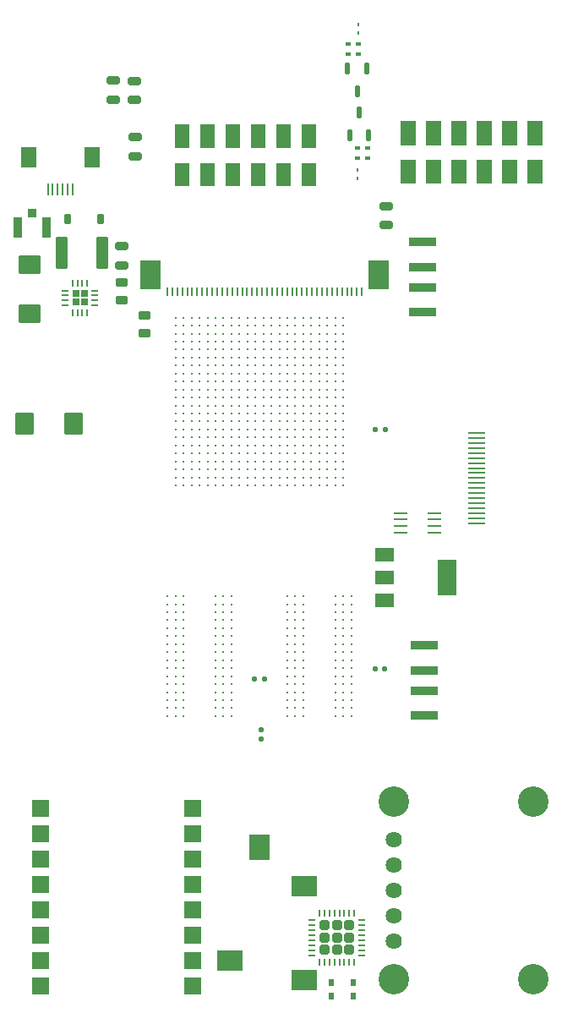
<source format=gbr>
G04 #@! TF.GenerationSoftware,KiCad,Pcbnew,7.0.1*
G04 #@! TF.CreationDate,2024-07-28T16:45:09-07:00*
G04 #@! TF.ProjectId,DFTBoard,44465442-6f61-4726-942e-6b696361645f,rev?*
G04 #@! TF.SameCoordinates,Original*
G04 #@! TF.FileFunction,Paste,Top*
G04 #@! TF.FilePolarity,Positive*
%FSLAX46Y46*%
G04 Gerber Fmt 4.6, Leading zero omitted, Abs format (unit mm)*
G04 Created by KiCad (PCBNEW 7.0.1) date 2024-07-28 16:45:09*
%MOMM*%
%LPD*%
G01*
G04 APERTURE LIST*
G04 Aperture macros list*
%AMRoundRect*
0 Rectangle with rounded corners*
0 $1 Rounding radius*
0 $2 $3 $4 $5 $6 $7 $8 $9 X,Y pos of 4 corners*
0 Add a 4 corners polygon primitive as box body*
4,1,4,$2,$3,$4,$5,$6,$7,$8,$9,$2,$3,0*
0 Add four circle primitives for the rounded corners*
1,1,$1+$1,$2,$3*
1,1,$1+$1,$4,$5*
1,1,$1+$1,$6,$7*
1,1,$1+$1,$8,$9*
0 Add four rect primitives between the rounded corners*
20,1,$1+$1,$2,$3,$4,$5,0*
20,1,$1+$1,$4,$5,$6,$7,0*
20,1,$1+$1,$6,$7,$8,$9,0*
20,1,$1+$1,$8,$9,$2,$3,0*%
G04 Aperture macros list end*
%ADD10C,0.010000*%
%ADD11R,2.727960X0.967740*%
%ADD12RoundRect,0.071300X0.147500X0.172500X-0.147500X0.172500X-0.147500X-0.172500X0.147500X-0.172500X0*%
%ADD13RoundRect,0.071300X-0.147500X-0.172500X0.147500X-0.172500X0.147500X0.172500X-0.147500X0.172500X0*%
%ADD14C,0.177600*%
%ADD15RoundRect,0.245000X-0.245000X-0.245000X0.245000X-0.245000X0.245000X0.245000X-0.245000X0.245000X0*%
%ADD16RoundRect,0.000000X-0.298800X-0.048800X0.298800X-0.048800X0.298800X0.048800X-0.298800X0.048800X0*%
%ADD17RoundRect,0.000000X-0.048800X-0.298800X0.048800X-0.298800X0.048800X0.298800X-0.048800X0.298800X0*%
%ADD18R,1.747600X0.147600*%
%ADD19R,2.647600X2.047600*%
%ADD20R,2.047600X2.647600*%
%ADD21C,0.247600*%
%ADD22R,1.447600X0.147600*%
%ADD23RoundRect,0.071300X-0.172500X0.147500X-0.172500X-0.147500X0.172500X-0.147500X0.172500X0.147500X0*%
%ADD24R,0.507600X0.747600*%
%ADD25RoundRect,0.000000X0.048800X-0.103800X0.048800X0.103800X-0.048800X0.103800X-0.048800X-0.103800X0*%
%ADD26RoundRect,0.173800X0.475000X-0.250000X0.475000X0.250000X-0.475000X0.250000X-0.475000X-0.250000X0*%
%ADD27RoundRect,0.058800X-0.185000X0.135000X-0.185000X-0.135000X0.185000X-0.135000X0.185000X0.135000X0*%
%ADD28RoundRect,0.173800X0.450000X-0.262500X0.450000X0.262500X-0.450000X0.262500X-0.450000X-0.262500X0*%
%ADD29RoundRect,0.073800X-0.150000X0.512500X-0.150000X-0.512500X0.150000X-0.512500X0.150000X0.512500X0*%
%ADD30RoundRect,0.173800X-0.925000X0.787500X-0.925000X-0.787500X0.925000X-0.787500X0.925000X0.787500X0*%
%ADD31RoundRect,0.182500X0.182500X-0.182500X0.182500X0.182500X-0.182500X0.182500X-0.182500X-0.182500X0*%
%ADD32RoundRect,0.000000X0.048800X-0.336300X0.048800X0.336300X-0.048800X0.336300X-0.048800X-0.336300X0*%
%ADD33RoundRect,0.000000X0.336300X-0.048800X0.336300X0.048800X-0.336300X0.048800X-0.336300X-0.048800X0*%
%ADD34RoundRect,0.173800X-0.787500X-0.925000X0.787500X-0.925000X0.787500X0.925000X-0.787500X0.925000X0*%
%ADD35RoundRect,0.173800X-0.475000X0.250000X-0.475000X-0.250000X0.475000X-0.250000X0.475000X0.250000X0*%
%ADD36C,1.625600*%
%ADD37C,3.047600*%
%ADD38RoundRect,0.058800X0.185000X-0.135000X0.185000X0.135000X-0.185000X0.135000X-0.185000X-0.135000X0*%
%ADD39R,0.147600X1.147600*%
%ADD40R,1.647600X2.047600*%
%ADD41R,0.147600X0.947600*%
%ADD42R,2.147600X2.947600*%
%ADD43RoundRect,0.000000X-0.048800X0.103800X-0.048800X-0.103800X0.048800X-0.103800X0.048800X0.103800X0*%
%ADD44R,1.267610X2.187600*%
%ADD45R,1.267610X2.087600*%
%ADD46R,0.847600X2.047600*%
%ADD47R,0.847600X0.847600*%
%ADD48RoundRect,0.073800X0.150000X-0.512500X0.150000X0.512500X-0.150000X0.512500X-0.150000X-0.512500X0*%
%ADD49R,1.847600X1.347600*%
%ADD50R,1.847600X3.647600*%
%ADD51R,1.752600X1.752600*%
%ADD52RoundRect,0.173799X0.450001X1.450001X-0.450001X1.450001X-0.450001X-1.450001X0.450001X-1.450001X0*%
%ADD53RoundRect,0.148800X-0.225000X-0.375000X0.225000X-0.375000X0.225000X0.375000X-0.225000X0.375000X0*%
G04 APERTURE END LIST*
D10*
X141130010Y-75817000D02*
X139709990Y-75817000D01*
X139709990Y-73477000D01*
X141130010Y-73477000D01*
X141130010Y-75817000D01*
G36*
X141130010Y-75817000D02*
G01*
X139709990Y-75817000D01*
X139709990Y-73477000D01*
X141130010Y-73477000D01*
X141130010Y-75817000D01*
G37*
X141130010Y-79628000D02*
X139709990Y-79628000D01*
X139709990Y-77388000D01*
X141130010Y-77388000D01*
X141130010Y-79628000D01*
G36*
X141130010Y-79628000D02*
G01*
X139709990Y-79628000D01*
X139709990Y-77388000D01*
X141130010Y-77388000D01*
X141130010Y-79628000D01*
G37*
X143670010Y-75817000D02*
X142249990Y-75817000D01*
X142249990Y-73477000D01*
X143670010Y-73477000D01*
X143670010Y-75817000D01*
G36*
X143670010Y-75817000D02*
G01*
X142249990Y-75817000D01*
X142249990Y-73477000D01*
X143670010Y-73477000D01*
X143670010Y-75817000D01*
G37*
X143670010Y-79628000D02*
X142249990Y-79628000D01*
X142249990Y-77388000D01*
X143670010Y-77388000D01*
X143670010Y-79628000D01*
G36*
X143670010Y-79628000D02*
G01*
X142249990Y-79628000D01*
X142249990Y-77388000D01*
X143670010Y-77388000D01*
X143670010Y-79628000D01*
G37*
X146210006Y-75817000D02*
X144789990Y-75817000D01*
X144789990Y-73477000D01*
X146210006Y-73477000D01*
X146210006Y-75817000D01*
G36*
X146210006Y-75817000D02*
G01*
X144789990Y-75817000D01*
X144789990Y-73477000D01*
X146210006Y-73477000D01*
X146210006Y-75817000D01*
G37*
X146210006Y-79628000D02*
X144789990Y-79628000D01*
X144789990Y-77388000D01*
X146210006Y-77388000D01*
X146210006Y-79628000D01*
G36*
X146210006Y-79628000D02*
G01*
X144789990Y-79628000D01*
X144789990Y-77388000D01*
X146210006Y-77388000D01*
X146210006Y-79628000D01*
G37*
X148750010Y-75817000D02*
X147329994Y-75817000D01*
X147329994Y-73477000D01*
X148750010Y-73477000D01*
X148750010Y-75817000D01*
G36*
X148750010Y-75817000D02*
G01*
X147329994Y-75817000D01*
X147329994Y-73477000D01*
X148750010Y-73477000D01*
X148750010Y-75817000D01*
G37*
X148750010Y-79628000D02*
X147329994Y-79628000D01*
X147329994Y-77388000D01*
X148750010Y-77388000D01*
X148750010Y-79628000D01*
G36*
X148750010Y-79628000D02*
G01*
X147329994Y-79628000D01*
X147329994Y-77388000D01*
X148750010Y-77388000D01*
X148750010Y-79628000D01*
G37*
X151290010Y-75817000D02*
X149869990Y-75817000D01*
X149869990Y-73477000D01*
X151290010Y-73477000D01*
X151290010Y-75817000D01*
G36*
X151290010Y-75817000D02*
G01*
X149869990Y-75817000D01*
X149869990Y-73477000D01*
X151290010Y-73477000D01*
X151290010Y-75817000D01*
G37*
X151290010Y-79628000D02*
X149869990Y-79628000D01*
X149869990Y-77388000D01*
X151290010Y-77388000D01*
X151290010Y-79628000D01*
G36*
X151290010Y-79628000D02*
G01*
X149869990Y-79628000D01*
X149869990Y-77388000D01*
X151290010Y-77388000D01*
X151290010Y-79628000D01*
G37*
X153830010Y-75817000D02*
X152409990Y-75817000D01*
X152409990Y-73477000D01*
X153830010Y-73477000D01*
X153830010Y-75817000D01*
G36*
X153830010Y-75817000D02*
G01*
X152409990Y-75817000D01*
X152409990Y-73477000D01*
X153830010Y-73477000D01*
X153830010Y-75817000D01*
G37*
X153830010Y-79628000D02*
X152409990Y-79628000D01*
X152409990Y-77388000D01*
X153830010Y-77388000D01*
X153830010Y-79628000D01*
G36*
X153830010Y-79628000D02*
G01*
X152409990Y-79628000D01*
X152409990Y-77388000D01*
X153830010Y-77388000D01*
X153830010Y-79628000D01*
G37*
X118490010Y-76120000D02*
X117069990Y-76120000D01*
X117069990Y-73780000D01*
X118490010Y-73780000D01*
X118490010Y-76120000D01*
G36*
X118490010Y-76120000D02*
G01*
X117069990Y-76120000D01*
X117069990Y-73780000D01*
X118490010Y-73780000D01*
X118490010Y-76120000D01*
G37*
X118490010Y-79931000D02*
X117069990Y-79931000D01*
X117069990Y-77691000D01*
X118490010Y-77691000D01*
X118490010Y-79931000D01*
G36*
X118490010Y-79931000D02*
G01*
X117069990Y-79931000D01*
X117069990Y-77691000D01*
X118490010Y-77691000D01*
X118490010Y-79931000D01*
G37*
X121030010Y-76120000D02*
X119609990Y-76120000D01*
X119609990Y-73780000D01*
X121030010Y-73780000D01*
X121030010Y-76120000D01*
G36*
X121030010Y-76120000D02*
G01*
X119609990Y-76120000D01*
X119609990Y-73780000D01*
X121030010Y-73780000D01*
X121030010Y-76120000D01*
G37*
X121030010Y-79931000D02*
X119609990Y-79931000D01*
X119609990Y-77691000D01*
X121030010Y-77691000D01*
X121030010Y-79931000D01*
G36*
X121030010Y-79931000D02*
G01*
X119609990Y-79931000D01*
X119609990Y-77691000D01*
X121030010Y-77691000D01*
X121030010Y-79931000D01*
G37*
X123570006Y-76120000D02*
X122149990Y-76120000D01*
X122149990Y-73780000D01*
X123570006Y-73780000D01*
X123570006Y-76120000D01*
G36*
X123570006Y-76120000D02*
G01*
X122149990Y-76120000D01*
X122149990Y-73780000D01*
X123570006Y-73780000D01*
X123570006Y-76120000D01*
G37*
X123570006Y-79931000D02*
X122149990Y-79931000D01*
X122149990Y-77691000D01*
X123570006Y-77691000D01*
X123570006Y-79931000D01*
G36*
X123570006Y-79931000D02*
G01*
X122149990Y-79931000D01*
X122149990Y-77691000D01*
X123570006Y-77691000D01*
X123570006Y-79931000D01*
G37*
X126110010Y-76120000D02*
X124689994Y-76120000D01*
X124689994Y-73780000D01*
X126110010Y-73780000D01*
X126110010Y-76120000D01*
G36*
X126110010Y-76120000D02*
G01*
X124689994Y-76120000D01*
X124689994Y-73780000D01*
X126110010Y-73780000D01*
X126110010Y-76120000D01*
G37*
X126110010Y-79931000D02*
X124689994Y-79931000D01*
X124689994Y-77691000D01*
X126110010Y-77691000D01*
X126110010Y-79931000D01*
G36*
X126110010Y-79931000D02*
G01*
X124689994Y-79931000D01*
X124689994Y-77691000D01*
X126110010Y-77691000D01*
X126110010Y-79931000D01*
G37*
X128650010Y-76120000D02*
X127229990Y-76120000D01*
X127229990Y-73780000D01*
X128650010Y-73780000D01*
X128650010Y-76120000D01*
G36*
X128650010Y-76120000D02*
G01*
X127229990Y-76120000D01*
X127229990Y-73780000D01*
X128650010Y-73780000D01*
X128650010Y-76120000D01*
G37*
X128650010Y-79931000D02*
X127229990Y-79931000D01*
X127229990Y-77691000D01*
X128650010Y-77691000D01*
X128650010Y-79931000D01*
G36*
X128650010Y-79931000D02*
G01*
X127229990Y-79931000D01*
X127229990Y-77691000D01*
X128650010Y-77691000D01*
X128650010Y-79931000D01*
G37*
X131190010Y-76120000D02*
X129769990Y-76120000D01*
X129769990Y-73780000D01*
X131190010Y-73780000D01*
X131190010Y-76120000D01*
G36*
X131190010Y-76120000D02*
G01*
X129769990Y-76120000D01*
X129769990Y-73780000D01*
X131190010Y-73780000D01*
X131190010Y-76120000D01*
G37*
X131190010Y-79931000D02*
X129769990Y-79931000D01*
X129769990Y-77691000D01*
X131190010Y-77691000D01*
X131190010Y-79931000D01*
G36*
X131190010Y-79931000D02*
G01*
X129769990Y-79931000D01*
X129769990Y-77691000D01*
X131190010Y-77691000D01*
X131190010Y-79931000D01*
G37*
D11*
X142064130Y-126014880D03*
X142064130Y-128514240D03*
X142064130Y-130515760D03*
X142064130Y-133015120D03*
D12*
X126060000Y-129375000D03*
X125090000Y-129375000D03*
D13*
X137140000Y-128375000D03*
X138110000Y-128375000D03*
D14*
X116375000Y-121075000D03*
X117175000Y-121075000D03*
X117975000Y-121075000D03*
X121175000Y-121075000D03*
X121975000Y-121075000D03*
X122775000Y-121075000D03*
X116375000Y-121875000D03*
X117175000Y-121875000D03*
X117975000Y-121875000D03*
X121175000Y-121875000D03*
X121975000Y-121875000D03*
X122775000Y-121875000D03*
X116375000Y-122675000D03*
X117175000Y-122675000D03*
X117975000Y-122675000D03*
X121175000Y-122675000D03*
X121975000Y-122675000D03*
X122775000Y-122675000D03*
X116375000Y-123475000D03*
X117175000Y-123475000D03*
X117975000Y-123475000D03*
X121175000Y-123475000D03*
X121975000Y-123475000D03*
X122775000Y-123475000D03*
X116375000Y-124275000D03*
X117175000Y-124275000D03*
X117975000Y-124275000D03*
X121175000Y-124275000D03*
X121975000Y-124275000D03*
X122775000Y-124275000D03*
X116375000Y-125075000D03*
X117175000Y-125075000D03*
X117975000Y-125075000D03*
X121175000Y-125075000D03*
X121975000Y-125075000D03*
X122775000Y-125075000D03*
X116375000Y-125875000D03*
X117175000Y-125875000D03*
X117975000Y-125875000D03*
X121175000Y-125875000D03*
X121975000Y-125875000D03*
X122775000Y-125875000D03*
X116375000Y-126675000D03*
X117175000Y-126675000D03*
X117975000Y-126675000D03*
X121175000Y-126675000D03*
X121975000Y-126675000D03*
X122775000Y-126675000D03*
X116375000Y-127475000D03*
X117175000Y-127475000D03*
X117975000Y-127475000D03*
X121175000Y-127475000D03*
X121975000Y-127475000D03*
X122775000Y-127475000D03*
X116375000Y-128275000D03*
X117175000Y-128275000D03*
X117975000Y-128275000D03*
X121175000Y-128275000D03*
X121975000Y-128275000D03*
X122775000Y-128275000D03*
X116375000Y-129075000D03*
X117175000Y-129075000D03*
X117975000Y-129075000D03*
X121175000Y-129075000D03*
X121975000Y-129075000D03*
X122775000Y-129075000D03*
X116375000Y-129875000D03*
X117175000Y-129875000D03*
X117975000Y-129875000D03*
X121175000Y-129875000D03*
X121975000Y-129875000D03*
X122775000Y-129875000D03*
X116375000Y-130675000D03*
X117175000Y-130675000D03*
X117975000Y-130675000D03*
X121175000Y-130675000D03*
X121975000Y-130675000D03*
X122775000Y-130675000D03*
X116375000Y-131475000D03*
X117175000Y-131475000D03*
X117975000Y-131475000D03*
X121175000Y-131475000D03*
X121975000Y-131475000D03*
X122775000Y-131475000D03*
X116375000Y-132275000D03*
X117175000Y-132275000D03*
X117975000Y-132275000D03*
X121175000Y-132275000D03*
X121975000Y-132275000D03*
X122775000Y-132275000D03*
X116375000Y-133075000D03*
X117175000Y-133075000D03*
X117975000Y-133075000D03*
X121175000Y-133075000D03*
X121975000Y-133075000D03*
X122775000Y-133075000D03*
X128375000Y-121075000D03*
X129175000Y-121075000D03*
X129975000Y-121075000D03*
X133175000Y-121075000D03*
X133975000Y-121075000D03*
X134775000Y-121075000D03*
X128375000Y-121875000D03*
X129175000Y-121875000D03*
X129975000Y-121875000D03*
X133175000Y-121875000D03*
X133975000Y-121875000D03*
X134775000Y-121875000D03*
X128375000Y-122675000D03*
X129175000Y-122675000D03*
X129975000Y-122675000D03*
X133175000Y-122675000D03*
X133975000Y-122675000D03*
X134775000Y-122675000D03*
X128375000Y-123475000D03*
X129175000Y-123475000D03*
X129975000Y-123475000D03*
X133175000Y-123475000D03*
X133975000Y-123475000D03*
X134775000Y-123475000D03*
X128375000Y-124275000D03*
X129175000Y-124275000D03*
X129975000Y-124275000D03*
X133175000Y-124275000D03*
X133975000Y-124275000D03*
X134775000Y-124275000D03*
X128375000Y-125075000D03*
X129175000Y-125075000D03*
X129975000Y-125075000D03*
X133175000Y-125075000D03*
X133975000Y-125075000D03*
X134775000Y-125075000D03*
X128375000Y-125875000D03*
X129175000Y-125875000D03*
X129975000Y-125875000D03*
X133175000Y-125875000D03*
X133975000Y-125875000D03*
X134775000Y-125875000D03*
X128375000Y-126675000D03*
X129175000Y-126675000D03*
X129975000Y-126675000D03*
X133175000Y-126675000D03*
X133975000Y-126675000D03*
X134775000Y-126675000D03*
X128375000Y-127475000D03*
X129175000Y-127475000D03*
X129975000Y-127475000D03*
X133175000Y-127475000D03*
X133975000Y-127475000D03*
X134775000Y-127475000D03*
X128375000Y-128275000D03*
X129175000Y-128275000D03*
X129975000Y-128275000D03*
X133175000Y-128275000D03*
X133975000Y-128275000D03*
X134775000Y-128275000D03*
X128375000Y-129075000D03*
X129175000Y-129075000D03*
X129975000Y-129075000D03*
X133175000Y-129075000D03*
X133975000Y-129075000D03*
X134775000Y-129075000D03*
X128375000Y-129875000D03*
X129175000Y-129875000D03*
X129975000Y-129875000D03*
X133175000Y-129875000D03*
X133975000Y-129875000D03*
X134775000Y-129875000D03*
X128375000Y-130675000D03*
X129175000Y-130675000D03*
X129975000Y-130675000D03*
X133175000Y-130675000D03*
X133975000Y-130675000D03*
X134775000Y-130675000D03*
X128375000Y-131475000D03*
X129175000Y-131475000D03*
X129975000Y-131475000D03*
X133175000Y-131475000D03*
X133975000Y-131475000D03*
X134775000Y-131475000D03*
X128375000Y-132275000D03*
X129175000Y-132275000D03*
X129975000Y-132275000D03*
X133175000Y-132275000D03*
X133975000Y-132275000D03*
X134775000Y-132275000D03*
X128375000Y-133075000D03*
X129175000Y-133075000D03*
X129975000Y-133075000D03*
X133175000Y-133075000D03*
X133975000Y-133075000D03*
X134775000Y-133075000D03*
D15*
X132110000Y-154035000D03*
X132110000Y-155255000D03*
X132110000Y-156475000D03*
X133330000Y-154035000D03*
X133330000Y-155255000D03*
X133330000Y-156475000D03*
X134550000Y-154035000D03*
X134550000Y-155255000D03*
X134550000Y-156475000D03*
D16*
X130855000Y-153505000D03*
X130855000Y-154005000D03*
X130855000Y-154505000D03*
X130855000Y-155005000D03*
X130855000Y-155505000D03*
X130855000Y-156005000D03*
X130855000Y-156505000D03*
X130855000Y-157005000D03*
D17*
X131580000Y-157730000D03*
X132080000Y-157730000D03*
X132580000Y-157730000D03*
X133080000Y-157730000D03*
X133580000Y-157730000D03*
X134080000Y-157730000D03*
X134580000Y-157730000D03*
X135080000Y-157730000D03*
D16*
X135805000Y-157005000D03*
X135805000Y-156505000D03*
X135805000Y-156005000D03*
X135805000Y-155505000D03*
X135805000Y-155005000D03*
X135805000Y-154505000D03*
X135805000Y-154005000D03*
X135805000Y-153505000D03*
D17*
X135080000Y-152780000D03*
X134580000Y-152780000D03*
X134080000Y-152780000D03*
X133580000Y-152780000D03*
X133080000Y-152780000D03*
X132580000Y-152780000D03*
X132080000Y-152780000D03*
X131580000Y-152780000D03*
D13*
X137190000Y-104375000D03*
X138160000Y-104375000D03*
D18*
X147340000Y-104740000D03*
X147340000Y-105240000D03*
X147340000Y-105740000D03*
X147340000Y-106240000D03*
X147340000Y-106740000D03*
X147340000Y-107240000D03*
X147340000Y-107740000D03*
X147340000Y-108240000D03*
X147340000Y-108740000D03*
X147340000Y-109240000D03*
X147340000Y-109740000D03*
X147340000Y-110240000D03*
X147340000Y-110740000D03*
X147340000Y-111240000D03*
X147340000Y-111740000D03*
X147340000Y-112240000D03*
X147340000Y-112740000D03*
X147340000Y-113240000D03*
X147340000Y-113740000D03*
D19*
X130025000Y-159537500D03*
X130025000Y-150137500D03*
X122625000Y-157537500D03*
D20*
X125575000Y-146237500D03*
D21*
X117175000Y-109975000D03*
X117175000Y-109175000D03*
X117175000Y-108375000D03*
X117175000Y-107575000D03*
X117175000Y-106775000D03*
X117175000Y-105975000D03*
X117175000Y-105175000D03*
X117175000Y-104375000D03*
X117175000Y-103575000D03*
X117175000Y-102775000D03*
X117175000Y-101975000D03*
X117175000Y-101175000D03*
X117175000Y-100375000D03*
X117175000Y-99575000D03*
X117175000Y-98775000D03*
X117175000Y-97975000D03*
X117175000Y-97175000D03*
X117175000Y-96375000D03*
X117175000Y-95575000D03*
X117175000Y-94775000D03*
X117175000Y-93975000D03*
X117175000Y-93175000D03*
X133175000Y-109975000D03*
X133175000Y-109175000D03*
X133175000Y-108375000D03*
X133175000Y-107575000D03*
X133175000Y-106775000D03*
X133175000Y-105975000D03*
X133175000Y-105175000D03*
X133175000Y-104375000D03*
X133175000Y-103575000D03*
X133175000Y-102775000D03*
X133175000Y-101975000D03*
X133175000Y-101175000D03*
X133175000Y-100375000D03*
X133175000Y-99575000D03*
X133175000Y-98775000D03*
X133175000Y-97975000D03*
X133175000Y-97175000D03*
X133175000Y-96375000D03*
X133175000Y-95575000D03*
X133175000Y-94775000D03*
X133175000Y-93975000D03*
X133175000Y-93175000D03*
X133975000Y-109975000D03*
X133975000Y-109175000D03*
X133975000Y-108375000D03*
X133975000Y-107575000D03*
X133975000Y-106775000D03*
X133975000Y-105975000D03*
X133975000Y-105175000D03*
X133975000Y-104375000D03*
X133975000Y-103575000D03*
X133975000Y-102775000D03*
X133975000Y-101975000D03*
X133975000Y-101175000D03*
X133975000Y-100375000D03*
X133975000Y-99575000D03*
X133975000Y-98775000D03*
X133975000Y-97975000D03*
X133975000Y-97175000D03*
X133975000Y-96375000D03*
X133975000Y-95575000D03*
X133975000Y-94775000D03*
X133975000Y-93975000D03*
X133975000Y-93175000D03*
X117975000Y-109975000D03*
X117975000Y-109175000D03*
X117975000Y-108375000D03*
X117975000Y-107575000D03*
X117975000Y-106775000D03*
X117975000Y-105975000D03*
X117975000Y-105175000D03*
X117975000Y-104375000D03*
X117975000Y-103575000D03*
X117975000Y-102775000D03*
X117975000Y-101975000D03*
X117975000Y-101175000D03*
X117975000Y-100375000D03*
X117975000Y-99575000D03*
X117975000Y-98775000D03*
X117975000Y-97975000D03*
X117975000Y-97175000D03*
X117975000Y-96375000D03*
X117975000Y-95575000D03*
X117975000Y-94775000D03*
X117975000Y-93975000D03*
X117975000Y-93175000D03*
X118775000Y-109975000D03*
X118775000Y-109175000D03*
X118775000Y-108375000D03*
X118775000Y-107575000D03*
X118775000Y-106775000D03*
X118775000Y-105975000D03*
X118775000Y-105175000D03*
X118775000Y-104375000D03*
X118775000Y-103575000D03*
X118775000Y-102775000D03*
X118775000Y-101975000D03*
X118775000Y-101175000D03*
X118775000Y-100375000D03*
X118775000Y-99575000D03*
X118775000Y-98775000D03*
X118775000Y-97975000D03*
X118775000Y-97175000D03*
X118775000Y-96375000D03*
X118775000Y-95575000D03*
X118775000Y-94775000D03*
X118775000Y-93975000D03*
X118775000Y-93175000D03*
X119575000Y-109975000D03*
X119575000Y-109175000D03*
X119575000Y-108375000D03*
X119575000Y-107575000D03*
X119575000Y-106775000D03*
X119575000Y-105975000D03*
X119575000Y-105175000D03*
X119575000Y-104375000D03*
X119575000Y-103575000D03*
X119575000Y-102775000D03*
X119575000Y-101975000D03*
X119575000Y-101175000D03*
X119575000Y-100375000D03*
X119575000Y-99575000D03*
X119575000Y-98775000D03*
X119575000Y-97975000D03*
X119575000Y-97175000D03*
X119575000Y-96375000D03*
X119575000Y-95575000D03*
X119575000Y-94775000D03*
X119575000Y-93975000D03*
X119575000Y-93175000D03*
X120375000Y-109975000D03*
X120375000Y-109175000D03*
X120375000Y-108375000D03*
X120375000Y-107575000D03*
X120375000Y-106775000D03*
X120375000Y-105975000D03*
X120375000Y-105175000D03*
X120375000Y-104375000D03*
X120375000Y-103575000D03*
X120375000Y-102775000D03*
X120375000Y-101975000D03*
X120375000Y-101175000D03*
X120375000Y-100375000D03*
X120375000Y-99575000D03*
X120375000Y-98775000D03*
X120375000Y-97975000D03*
X120375000Y-97175000D03*
X120375000Y-96375000D03*
X120375000Y-95575000D03*
X120375000Y-94775000D03*
X120375000Y-93975000D03*
X120375000Y-93175000D03*
X121175000Y-109975000D03*
X121175000Y-109175000D03*
X121175000Y-108375000D03*
X121175000Y-107575000D03*
X121175000Y-106775000D03*
X121175000Y-105975000D03*
X121175000Y-105175000D03*
X121175000Y-104375000D03*
X121175000Y-103575000D03*
X121175000Y-102775000D03*
X121175000Y-101975000D03*
X121175000Y-101175000D03*
X121175000Y-100375000D03*
X121175000Y-99575000D03*
X121175000Y-98775000D03*
X121175000Y-97975000D03*
X121175000Y-97175000D03*
X121175000Y-96375000D03*
X121175000Y-95575000D03*
X121175000Y-94775000D03*
X121175000Y-93975000D03*
X121175000Y-93175000D03*
X121975000Y-109975000D03*
X121975000Y-109175000D03*
X121975000Y-108375000D03*
X121975000Y-107575000D03*
X121975000Y-106775000D03*
X121975000Y-105975000D03*
X121975000Y-105175000D03*
X121975000Y-104375000D03*
X121975000Y-103575000D03*
X121975000Y-102775000D03*
X121975000Y-101975000D03*
X121975000Y-101175000D03*
X121975000Y-100375000D03*
X121975000Y-99575000D03*
X121975000Y-98775000D03*
X121975000Y-97975000D03*
X121975000Y-97175000D03*
X121975000Y-96375000D03*
X121975000Y-95575000D03*
X121975000Y-94775000D03*
X121975000Y-93975000D03*
X121975000Y-93175000D03*
X122775000Y-109975000D03*
X122775000Y-109175000D03*
X122775000Y-108375000D03*
X122775000Y-107575000D03*
X122775000Y-106775000D03*
X122775000Y-105975000D03*
X122775000Y-105175000D03*
X122775000Y-104375000D03*
X122775000Y-103575000D03*
X122775000Y-102775000D03*
X122775000Y-101975000D03*
X122775000Y-101175000D03*
X122775000Y-100375000D03*
X122775000Y-99575000D03*
X122775000Y-98775000D03*
X122775000Y-97975000D03*
X122775000Y-97175000D03*
X122775000Y-96375000D03*
X122775000Y-95575000D03*
X122775000Y-94775000D03*
X122775000Y-93975000D03*
X122775000Y-93175000D03*
X123575000Y-109975000D03*
X123575000Y-109175000D03*
X123575000Y-108375000D03*
X123575000Y-107575000D03*
X123575000Y-106775000D03*
X123575000Y-105975000D03*
X123575000Y-105175000D03*
X123575000Y-104375000D03*
X123575000Y-103575000D03*
X123575000Y-102775000D03*
X123575000Y-101975000D03*
X123575000Y-101175000D03*
X123575000Y-100375000D03*
X123575000Y-99575000D03*
X123575000Y-98775000D03*
X123575000Y-97975000D03*
X123575000Y-97175000D03*
X123575000Y-96375000D03*
X123575000Y-95575000D03*
X123575000Y-94775000D03*
X123575000Y-93975000D03*
X123575000Y-93175000D03*
X124375000Y-109975000D03*
X124375000Y-109175000D03*
X124375000Y-108375000D03*
X124375000Y-107575000D03*
X124375000Y-106775000D03*
X124375000Y-105975000D03*
X124375000Y-105175000D03*
X124375000Y-104375000D03*
X124375000Y-103575000D03*
X124375000Y-102775000D03*
X124375000Y-101975000D03*
X124375000Y-101175000D03*
X124375000Y-100375000D03*
X124375000Y-99575000D03*
X124375000Y-98775000D03*
X124375000Y-97975000D03*
X124375000Y-97175000D03*
X124375000Y-96375000D03*
X124375000Y-95575000D03*
X124375000Y-94775000D03*
X124375000Y-93975000D03*
X124375000Y-93175000D03*
X125175000Y-109975000D03*
X125175000Y-109175000D03*
X125175000Y-108375000D03*
X125175000Y-107575000D03*
X125175000Y-106775000D03*
X125175000Y-105975000D03*
X125175000Y-105175000D03*
X125175000Y-104375000D03*
X125175000Y-103575000D03*
X125175000Y-102775000D03*
X125175000Y-101975000D03*
X125175000Y-101175000D03*
X125175000Y-100375000D03*
X125175000Y-99575000D03*
X125175000Y-98775000D03*
X125175000Y-97975000D03*
X125175000Y-97175000D03*
X125175000Y-96375000D03*
X125175000Y-95575000D03*
X125175000Y-94775000D03*
X125175000Y-93975000D03*
X125175000Y-93175000D03*
X125975000Y-109975000D03*
X125975000Y-109175000D03*
X125975000Y-108375000D03*
X125975000Y-107575000D03*
X125975000Y-106775000D03*
X125975000Y-105975000D03*
X125975000Y-105175000D03*
X125975000Y-104375000D03*
X125975000Y-103575000D03*
X125975000Y-102775000D03*
X125975000Y-101975000D03*
X125975000Y-101175000D03*
X125975000Y-100375000D03*
X125975000Y-99575000D03*
X125975000Y-98775000D03*
X125975000Y-97975000D03*
X125975000Y-97175000D03*
X125975000Y-96375000D03*
X125975000Y-95575000D03*
X125975000Y-94775000D03*
X125975000Y-93975000D03*
X125975000Y-93175000D03*
X126775000Y-109975000D03*
X126775000Y-109175000D03*
X126775000Y-108375000D03*
X126775000Y-107575000D03*
X126775000Y-106775000D03*
X126775000Y-105975000D03*
X126775000Y-105175000D03*
X126775000Y-104375000D03*
X126775000Y-103575000D03*
X126775000Y-102775000D03*
X126775000Y-101975000D03*
X126775000Y-101175000D03*
X126775000Y-100375000D03*
X126775000Y-99575000D03*
X126775000Y-98775000D03*
X126775000Y-97975000D03*
X126775000Y-97175000D03*
X126775000Y-96375000D03*
X126775000Y-95575000D03*
X126775000Y-94775000D03*
X126775000Y-93975000D03*
X126775000Y-93175000D03*
X127575000Y-109975000D03*
X127575000Y-109175000D03*
X127575000Y-108375000D03*
X127575000Y-107575000D03*
X127575000Y-106775000D03*
X127575000Y-105975000D03*
X127575000Y-105175000D03*
X127575000Y-104375000D03*
X127575000Y-103575000D03*
X127575000Y-102775000D03*
X127575000Y-101975000D03*
X127575000Y-101175000D03*
X127575000Y-100375000D03*
X127575000Y-99575000D03*
X127575000Y-98775000D03*
X127575000Y-97975000D03*
X127575000Y-97175000D03*
X127575000Y-96375000D03*
X127575000Y-95575000D03*
X127575000Y-94775000D03*
X127575000Y-93975000D03*
X127575000Y-93175000D03*
X128375000Y-109975000D03*
X128375000Y-109175000D03*
X128375000Y-108375000D03*
X128375000Y-107575000D03*
X128375000Y-106775000D03*
X128375000Y-105975000D03*
X128375000Y-105175000D03*
X128375000Y-104375000D03*
X128375000Y-103575000D03*
X128375000Y-102775000D03*
X128375000Y-101975000D03*
X128375000Y-101175000D03*
X128375000Y-100375000D03*
X128375000Y-99575000D03*
X128375000Y-98775000D03*
X128375000Y-97975000D03*
X128375000Y-97175000D03*
X128375000Y-96375000D03*
X128375000Y-95575000D03*
X128375000Y-94775000D03*
X128375000Y-93975000D03*
X128375000Y-93175000D03*
X129175000Y-109975000D03*
X129175000Y-109175000D03*
X129175000Y-108375000D03*
X129175000Y-107575000D03*
X129175000Y-106775000D03*
X129175000Y-105975000D03*
X129175000Y-105175000D03*
X129175000Y-104375000D03*
X129175000Y-103575000D03*
X129175000Y-102775000D03*
X129175000Y-101975000D03*
X129175000Y-101175000D03*
X129175000Y-100375000D03*
X129175000Y-99575000D03*
X129175000Y-98775000D03*
X129175000Y-97975000D03*
X129175000Y-97175000D03*
X129175000Y-96375000D03*
X129175000Y-95575000D03*
X129175000Y-94775000D03*
X129175000Y-93975000D03*
X129175000Y-93175000D03*
X129975000Y-109975000D03*
X129975000Y-109175000D03*
X129975000Y-108375000D03*
X129975000Y-107575000D03*
X129975000Y-106775000D03*
X129975000Y-105975000D03*
X129975000Y-105175000D03*
X129975000Y-104375000D03*
X129975000Y-103575000D03*
X129975000Y-102775000D03*
X129975000Y-101975000D03*
X129975000Y-101175000D03*
X129975000Y-100375000D03*
X129975000Y-99575000D03*
X129975000Y-98775000D03*
X129975000Y-97975000D03*
X129975000Y-97175000D03*
X129975000Y-96375000D03*
X129975000Y-95575000D03*
X129975000Y-94775000D03*
X129975000Y-93975000D03*
X129975000Y-93175000D03*
X130775000Y-109975000D03*
X130775000Y-109175000D03*
X130775000Y-108375000D03*
X130775000Y-107575000D03*
X130775000Y-106775000D03*
X130775000Y-105975000D03*
X130775000Y-105175000D03*
X130775000Y-104375000D03*
X130775000Y-103575000D03*
X130775000Y-102775000D03*
X130775000Y-101975000D03*
X130775000Y-101175000D03*
X130775000Y-100375000D03*
X130775000Y-99575000D03*
X130775000Y-98775000D03*
X130775000Y-97975000D03*
X130775000Y-97175000D03*
X130775000Y-96375000D03*
X130775000Y-95575000D03*
X130775000Y-94775000D03*
X130775000Y-93975000D03*
X130775000Y-93175000D03*
X131575000Y-109975000D03*
X131575000Y-109175000D03*
X131575000Y-108375000D03*
X131575000Y-107575000D03*
X131575000Y-106775000D03*
X131575000Y-105975000D03*
X131575000Y-105175000D03*
X131575000Y-104375000D03*
X131575000Y-103575000D03*
X131575000Y-102775000D03*
X131575000Y-101975000D03*
X131575000Y-101175000D03*
X131575000Y-100375000D03*
X131575000Y-99575000D03*
X131575000Y-98775000D03*
X131575000Y-97975000D03*
X131575000Y-97175000D03*
X131575000Y-96375000D03*
X131575000Y-95575000D03*
X131575000Y-94775000D03*
X131575000Y-93975000D03*
X131575000Y-93175000D03*
X132375000Y-109975000D03*
X132375000Y-109175000D03*
X132375000Y-108375000D03*
X132375000Y-107575000D03*
X132375000Y-106775000D03*
X132375000Y-105975000D03*
X132375000Y-105175000D03*
X132375000Y-104375000D03*
X132375000Y-103575000D03*
X132375000Y-102775000D03*
X132375000Y-101975000D03*
X132375000Y-101175000D03*
X132375000Y-100375000D03*
X132375000Y-99575000D03*
X132375000Y-98775000D03*
X132375000Y-97975000D03*
X132375000Y-97175000D03*
X132375000Y-96375000D03*
X132375000Y-95575000D03*
X132375000Y-94775000D03*
X132375000Y-93975000D03*
X132375000Y-93175000D03*
D22*
X143090000Y-114695000D03*
X143090000Y-114045000D03*
X143090000Y-113395000D03*
X143090000Y-112745000D03*
X139690000Y-112745000D03*
X139690000Y-113395000D03*
X139690000Y-114045000D03*
X139690000Y-114695000D03*
D23*
X125720000Y-135395000D03*
X125720000Y-134425000D03*
D24*
X134945000Y-159737500D03*
X132755000Y-159737500D03*
X132755000Y-161087500D03*
X134945000Y-161087500D03*
D25*
X135405000Y-78362500D03*
X135405000Y-79202500D03*
D26*
X110960000Y-71350000D03*
X110960000Y-69450000D03*
D27*
X134445000Y-65800000D03*
X134445000Y-66820000D03*
D26*
X113040000Y-71380000D03*
X113040000Y-69480000D03*
X113100000Y-77010000D03*
X113100000Y-75110000D03*
D28*
X114050000Y-94762500D03*
X114050000Y-92937500D03*
D29*
X136320000Y-68222500D03*
X134420000Y-68222500D03*
X135370000Y-70497500D03*
D30*
X102525000Y-87837500D03*
X102525000Y-92762500D03*
D31*
X107170000Y-91627500D03*
X108010000Y-91627500D03*
X107170000Y-90787500D03*
X108010000Y-90787500D03*
D32*
X106840000Y-92670000D03*
X107340000Y-92670000D03*
X107840000Y-92670000D03*
X108340000Y-92670000D03*
D33*
X109052500Y-91957500D03*
X109052500Y-91457500D03*
X109052500Y-90957500D03*
X109052500Y-90457500D03*
D32*
X108340000Y-89745000D03*
X107840000Y-89745000D03*
X107340000Y-89745000D03*
X106840000Y-89745000D03*
D33*
X106127500Y-90457500D03*
X106127500Y-90957500D03*
X106127500Y-91457500D03*
X106127500Y-91957500D03*
D34*
X102050000Y-103750000D03*
X106975000Y-103750000D03*
D35*
X138250000Y-82030000D03*
X138250000Y-83930000D03*
D36*
X139050000Y-155637000D03*
X139050000Y-153097000D03*
X139050000Y-150557000D03*
X139050000Y-148017000D03*
X139050000Y-145477000D03*
D37*
X139050000Y-159447000D03*
X139050000Y-159447000D03*
X153020000Y-159447000D03*
X153020000Y-159447000D03*
X139050000Y-141667000D03*
X139050000Y-141667000D03*
X153020000Y-141667000D03*
D38*
X135380000Y-77245000D03*
X135380000Y-76225000D03*
D11*
X141938600Y-92621100D03*
X141938600Y-90121740D03*
X141938600Y-88120220D03*
X141938600Y-85620860D03*
D39*
X106875000Y-80375000D03*
X106375000Y-80375000D03*
X105875000Y-80375000D03*
X105375000Y-80375000D03*
X104875000Y-80375000D03*
X104375000Y-80375000D03*
D40*
X108775000Y-77125000D03*
X102475000Y-77125000D03*
D28*
X111775000Y-91462500D03*
X111775000Y-89637500D03*
D41*
X135845000Y-90575000D03*
X135345000Y-90575000D03*
X134845000Y-90575000D03*
X134345000Y-90575000D03*
X133845000Y-90575000D03*
X133345000Y-90575000D03*
X132845000Y-90575000D03*
X132345000Y-90575000D03*
X131845000Y-90575000D03*
X131345000Y-90575000D03*
X130845000Y-90575000D03*
X130345000Y-90575000D03*
X129845000Y-90575000D03*
X129345000Y-90575000D03*
X128845000Y-90575000D03*
X128345000Y-90575000D03*
X127845000Y-90575000D03*
X127345000Y-90575000D03*
X126845000Y-90575000D03*
X126345000Y-90575000D03*
X125845000Y-90575000D03*
X125345000Y-90575000D03*
X124845000Y-90575000D03*
X124345000Y-90575000D03*
X123845000Y-90575000D03*
X123345000Y-90575000D03*
X122845000Y-90575000D03*
X122345000Y-90575000D03*
X121845000Y-90575000D03*
X121345000Y-90575000D03*
X120845000Y-90575000D03*
X120345000Y-90575000D03*
X119845000Y-90575000D03*
X119345000Y-90575000D03*
X118845000Y-90575000D03*
X118345000Y-90575000D03*
X117845000Y-90575000D03*
X117345000Y-90575000D03*
X116845000Y-90575000D03*
X116345000Y-90575000D03*
D42*
X137515000Y-88875000D03*
X114675000Y-88875000D03*
D38*
X135470000Y-66830000D03*
X135470000Y-65810000D03*
D26*
X111800000Y-87950000D03*
X111800000Y-86050000D03*
D43*
X135445000Y-64710000D03*
X135445000Y-63870000D03*
D44*
X140420000Y-74647000D03*
D45*
X140420000Y-78508000D03*
D44*
X142960000Y-74647000D03*
D45*
X142960000Y-78508000D03*
D44*
X145500000Y-74647000D03*
D45*
X145500000Y-78508000D03*
D44*
X148040000Y-74647000D03*
D45*
X148040000Y-78508000D03*
D44*
X150580000Y-74647000D03*
D45*
X150580000Y-78508000D03*
D44*
X153120000Y-74647000D03*
D45*
X153120000Y-78508000D03*
D46*
X104250000Y-84175000D03*
X101350000Y-84175000D03*
D47*
X102800000Y-82675000D03*
D48*
X134630000Y-74912500D03*
X136530000Y-74912500D03*
X135580000Y-72637500D03*
D49*
X138100000Y-116875000D03*
X138100000Y-119175000D03*
D50*
X144400000Y-119175000D03*
D49*
X138100000Y-121475000D03*
D51*
X103655000Y-142345000D03*
X103655000Y-144885000D03*
X103655000Y-147425000D03*
X103655000Y-149965000D03*
X103655000Y-155045000D03*
X103655000Y-152505000D03*
X118895000Y-160125000D03*
X103655000Y-160125000D03*
X118895000Y-157585000D03*
X118895000Y-155045000D03*
X118895000Y-152505000D03*
X118895000Y-149965000D03*
X118895000Y-147425000D03*
X118895000Y-144885000D03*
X118895000Y-142345000D03*
X103655000Y-157585000D03*
D52*
X109850000Y-86650000D03*
X105750000Y-86650000D03*
D44*
X117780000Y-74950000D03*
D45*
X117780000Y-78811000D03*
D44*
X120320000Y-74950000D03*
D45*
X120320000Y-78811000D03*
D44*
X122860000Y-74950000D03*
D45*
X122860000Y-78811000D03*
D44*
X125400000Y-74950000D03*
D45*
X125400000Y-78811000D03*
D44*
X127940000Y-74950000D03*
D45*
X127940000Y-78811000D03*
D44*
X130480000Y-74950000D03*
D45*
X130480000Y-78811000D03*
D53*
X106325000Y-83275000D03*
X109625000Y-83275000D03*
D38*
X136380000Y-77245000D03*
X136380000Y-76225000D03*
M02*

</source>
